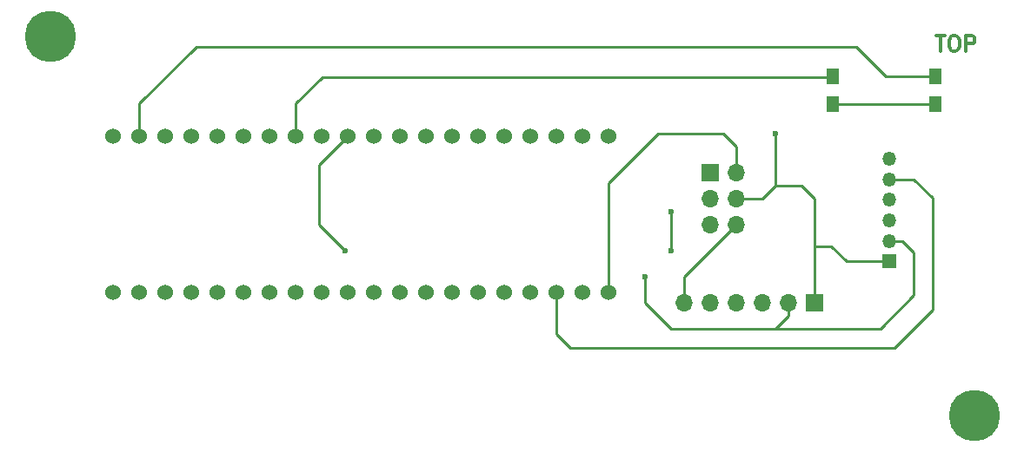
<source format=gtl>
G04 #@! TF.FileFunction,Copper,L1,Top,Signal*
%FSLAX46Y46*%
G04 Gerber Fmt 4.6, Leading zero omitted, Abs format (unit mm)*
G04 Created by KiCad (PCBNEW 4.0.7-e1-6374~58~ubuntu16.04.1) date Mon Aug  7 21:59:43 2017*
%MOMM*%
%LPD*%
G01*
G04 APERTURE LIST*
%ADD10C,0.100000*%
%ADD11C,0.300000*%
%ADD12C,5.000000*%
%ADD13R,1.700000X1.700000*%
%ADD14O,1.700000X1.700000*%
%ADD15C,1.524000*%
%ADD16R,1.350000X1.350000*%
%ADD17O,1.350000X1.350000*%
%ADD18R,1.300000X1.500000*%
%ADD19C,0.600000*%
%ADD20C,0.250000*%
G04 APERTURE END LIST*
D10*
D11*
X248035714Y-99678571D02*
X248892857Y-99678571D01*
X248464286Y-101178571D02*
X248464286Y-99678571D01*
X249678571Y-99678571D02*
X249964285Y-99678571D01*
X250107143Y-99750000D01*
X250250000Y-99892857D01*
X250321428Y-100178571D01*
X250321428Y-100678571D01*
X250250000Y-100964286D01*
X250107143Y-101107143D01*
X249964285Y-101178571D01*
X249678571Y-101178571D01*
X249535714Y-101107143D01*
X249392857Y-100964286D01*
X249321428Y-100678571D01*
X249321428Y-100178571D01*
X249392857Y-99892857D01*
X249535714Y-99750000D01*
X249678571Y-99678571D01*
X250964286Y-101178571D02*
X250964286Y-99678571D01*
X251535714Y-99678571D01*
X251678572Y-99750000D01*
X251750000Y-99821429D01*
X251821429Y-99964286D01*
X251821429Y-100178571D01*
X251750000Y-100321429D01*
X251678572Y-100392857D01*
X251535714Y-100464286D01*
X250964286Y-100464286D01*
D12*
X251750000Y-136750000D03*
D13*
X226060000Y-113030000D03*
D14*
X228600000Y-113030000D03*
X226060000Y-115570000D03*
X228600000Y-115570000D03*
X226060000Y-118110000D03*
X228600000Y-118110000D03*
D15*
X167915001Y-124735001D03*
X170455001Y-124735001D03*
X172995001Y-124735001D03*
X175535001Y-124735001D03*
X178075001Y-124735001D03*
X180615001Y-124735001D03*
X183155001Y-124735001D03*
X185695001Y-124735001D03*
X188235001Y-124735001D03*
X190775001Y-124735001D03*
X193315001Y-124735001D03*
X195855001Y-124735001D03*
X198395001Y-124735001D03*
X200935001Y-124735001D03*
X203475001Y-124735001D03*
X206015001Y-124735001D03*
X208555001Y-124735001D03*
X211095001Y-124735001D03*
X213635001Y-124735001D03*
X216175001Y-124735001D03*
X216175001Y-109495001D03*
X213635001Y-109495001D03*
X211095001Y-109495001D03*
X208555001Y-109495001D03*
X206015001Y-109495001D03*
X203475001Y-109495001D03*
X200935001Y-109495001D03*
X198395001Y-109495001D03*
X195855001Y-109495001D03*
X193315001Y-109495001D03*
X190775001Y-109495001D03*
X188235001Y-109495001D03*
X185695001Y-109495001D03*
X183155001Y-109495001D03*
X180615001Y-109495001D03*
X178075001Y-109495001D03*
X175535001Y-109495001D03*
X172995001Y-109495001D03*
X170455001Y-109495001D03*
X167915001Y-109495001D03*
D13*
X236220000Y-125730000D03*
D14*
X233680000Y-125730000D03*
X231140000Y-125730000D03*
X228600000Y-125730000D03*
X226060000Y-125730000D03*
X223520000Y-125730000D03*
D16*
X243500000Y-121700000D03*
D17*
X243500000Y-119700000D03*
X243500000Y-117700000D03*
X243500000Y-115700000D03*
X243500000Y-113700000D03*
X243500000Y-111700000D03*
D18*
X248000000Y-103650000D03*
X248000000Y-106350000D03*
X238000000Y-106350000D03*
X238000000Y-103650000D03*
D12*
X161750000Y-99750000D03*
D19*
X190500000Y-120650000D03*
X219710000Y-123190000D03*
X222250000Y-116840000D03*
X222250000Y-120650000D03*
X232410000Y-109220000D03*
D20*
X216175001Y-124735001D02*
X216175001Y-114024999D01*
X228600000Y-110490000D02*
X228600000Y-113030000D01*
X227330000Y-109220000D02*
X228600000Y-110490000D01*
X220980000Y-109220000D02*
X227330000Y-109220000D01*
X216175001Y-114024999D02*
X220980000Y-109220000D01*
X223520000Y-125730000D02*
X223520000Y-123190000D01*
X223520000Y-123190000D02*
X228600000Y-118110000D01*
X232400000Y-128270000D02*
X242630000Y-128270000D01*
X244800000Y-119700000D02*
X243500000Y-119700000D01*
X245900000Y-120800000D02*
X244800000Y-119700000D01*
X245900000Y-125000000D02*
X245900000Y-120800000D01*
X242630000Y-128270000D02*
X245900000Y-125000000D01*
X233680000Y-125730000D02*
X233680000Y-127000000D01*
X187960000Y-112310002D02*
X190775001Y-109495001D01*
X187960000Y-118110000D02*
X187960000Y-112310002D01*
X190500000Y-120650000D02*
X187960000Y-118110000D01*
X219710000Y-125730000D02*
X219710000Y-123190000D01*
X222250000Y-128270000D02*
X219710000Y-125730000D01*
X232410000Y-128270000D02*
X232400000Y-128270000D01*
X232400000Y-128270000D02*
X222250000Y-128270000D01*
X233680000Y-127000000D02*
X232410000Y-128270000D01*
X222250000Y-120650000D02*
X222250000Y-116840000D01*
X236220000Y-120200000D02*
X237800000Y-120200000D01*
X239300000Y-121700000D02*
X243500000Y-121700000D01*
X237800000Y-120200000D02*
X239300000Y-121700000D01*
X236220000Y-125730000D02*
X236220000Y-120200000D01*
X236220000Y-120200000D02*
X236220000Y-115570000D01*
X234950000Y-114300000D02*
X232410000Y-114300000D01*
X236220000Y-115570000D02*
X234950000Y-114300000D01*
X232410000Y-114300000D02*
X231140000Y-115570000D01*
X232410000Y-109220000D02*
X232410000Y-114300000D01*
X231140000Y-115570000D02*
X228600000Y-115570000D01*
X211095001Y-124735001D02*
X211095001Y-128795001D01*
X245900000Y-113700000D02*
X243500000Y-113700000D01*
X247700000Y-115500000D02*
X245900000Y-113700000D01*
X247700000Y-126400000D02*
X247700000Y-115500000D01*
X244000000Y-130100000D02*
X247700000Y-126400000D01*
X212400000Y-130100000D02*
X244000000Y-130100000D01*
X211095001Y-128795001D02*
X212400000Y-130100000D01*
X248000000Y-103650000D02*
X243150000Y-103650000D01*
X170455001Y-106294999D02*
X170455001Y-109495001D01*
X176000000Y-100750000D02*
X170455001Y-106294999D01*
X240250000Y-100750000D02*
X176000000Y-100750000D01*
X243150000Y-103650000D02*
X240250000Y-100750000D01*
X248000000Y-103650000D02*
X248000000Y-103000000D01*
X238000000Y-106350000D02*
X248000000Y-106350000D01*
X185695001Y-109495001D02*
X185695001Y-106304999D01*
X188250000Y-103750000D02*
X237900000Y-103750000D01*
X185695001Y-106304999D02*
X188250000Y-103750000D01*
X237900000Y-103750000D02*
X238000000Y-103650000D01*
M02*

</source>
